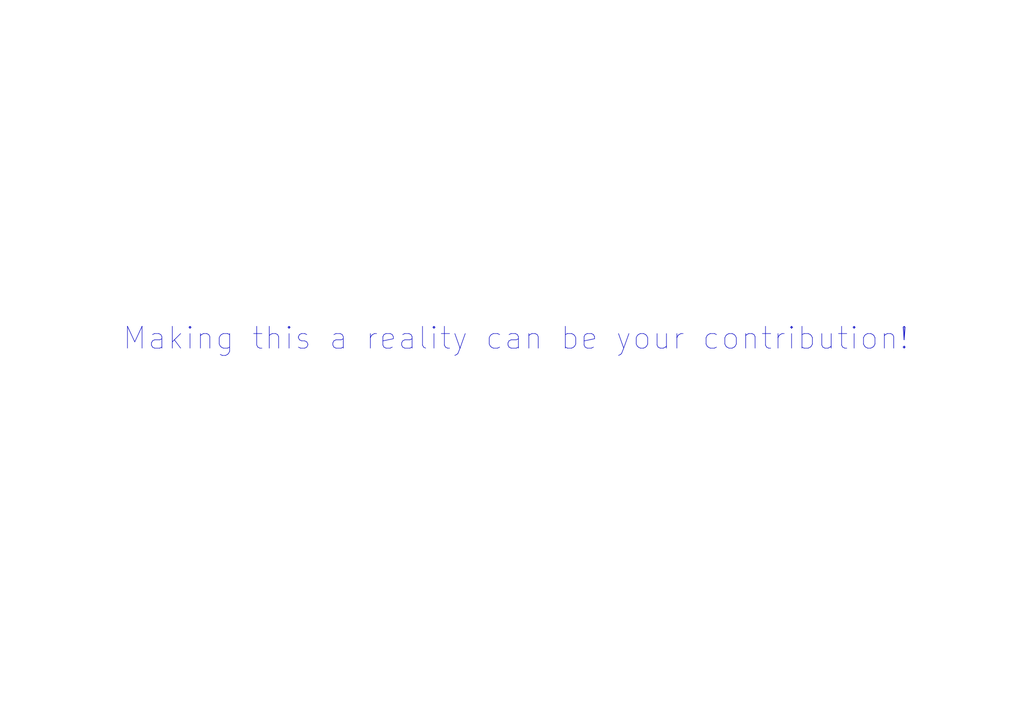
<source format=kicad_sch>
(kicad_sch
	(version 20250114)
	(generator "eeschema")
	(generator_version "9.0")
	(uuid "a0ef5f97-3676-4d4f-b4ee-2190f23dcc1c")
	(paper "A4")
	(lib_symbols)
	(text "Making this a reality can be your contribution!"
		(exclude_from_sim no)
		(at 149.606 98.298 0)
		(effects
			(font
				(size 6.35 6.35)
			)
		)
		(uuid "ee0aebc4-0f82-4ae8-bb73-84e5705c6ab3")
	)
	(sheet_instances
		(path "/"
			(page "1")
		)
	)
	(embedded_fonts no)
)

</source>
